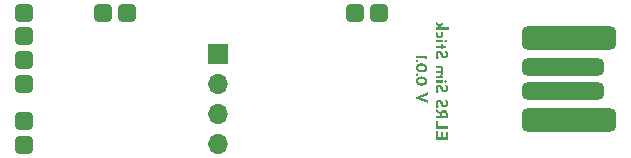
<source format=gbr>
%TF.GenerationSoftware,KiCad,Pcbnew,8.0.4*%
%TF.CreationDate,2024-10-06T23:59:02+02:00*%
%TF.ProjectId,elrs-sim,656c7273-2d73-4696-9d2e-6b696361645f,rev?*%
%TF.SameCoordinates,Original*%
%TF.FileFunction,Soldermask,Bot*%
%TF.FilePolarity,Negative*%
%FSLAX46Y46*%
G04 Gerber Fmt 4.6, Leading zero omitted, Abs format (unit mm)*
G04 Created by KiCad (PCBNEW 8.0.4) date 2024-10-06 23:59:02*
%MOMM*%
%LPD*%
G01*
G04 APERTURE LIST*
G04 Aperture macros list*
%AMRoundRect*
0 Rectangle with rounded corners*
0 $1 Rounding radius*
0 $2 $3 $4 $5 $6 $7 $8 $9 X,Y pos of 4 corners*
0 Add a 4 corners polygon primitive as box body*
4,1,4,$2,$3,$4,$5,$6,$7,$8,$9,$2,$3,0*
0 Add four circle primitives for the rounded corners*
1,1,$1+$1,$2,$3*
1,1,$1+$1,$4,$5*
1,1,$1+$1,$6,$7*
1,1,$1+$1,$8,$9*
0 Add four rect primitives between the rounded corners*
20,1,$1+$1,$2,$3,$4,$5,0*
20,1,$1+$1,$4,$5,$6,$7,0*
20,1,$1+$1,$6,$7,$8,$9,0*
20,1,$1+$1,$8,$9,$2,$3,0*%
G04 Aperture macros list end*
%ADD10C,0.200000*%
%ADD11R,1.700000X1.700000*%
%ADD12O,1.700000X1.700000*%
%ADD13RoundRect,0.500000X-3.500000X0.500000X-3.500000X-0.500000X3.500000X-0.500000X3.500000X0.500000X0*%
%ADD14RoundRect,0.500000X-3.000000X0.250000X-3.000000X-0.250000X3.000000X-0.250000X3.000000X0.250000X0*%
%ADD15RoundRect,0.387500X-0.387500X0.387500X-0.387500X-0.387500X0.387500X-0.387500X0.387500X0.387500X0*%
G04 APERTURE END LIST*
D10*
G36*
X158780460Y-114160606D02*
G01*
X158780460Y-113457919D01*
X158584333Y-113457919D01*
X158584333Y-113957640D01*
X158364515Y-113957640D01*
X158364515Y-113515317D01*
X158168632Y-113515317D01*
X158168632Y-113957640D01*
X157945882Y-113957640D01*
X157945882Y-113438380D01*
X157750000Y-113438380D01*
X157750000Y-114160606D01*
X158780460Y-114160606D01*
G37*
G36*
X158780460Y-113228575D02*
G01*
X158780460Y-113025610D01*
X157945882Y-113025610D01*
X157945882Y-112541276D01*
X157750000Y-112541276D01*
X157750000Y-113228575D01*
X158780460Y-113228575D01*
G37*
G36*
X158124561Y-111779359D02*
G01*
X158126057Y-111776430D01*
X158156339Y-111732832D01*
X158192323Y-111696929D01*
X158218915Y-111677053D01*
X158261436Y-111652850D01*
X158307117Y-111635379D01*
X158330748Y-111628905D01*
X158381947Y-111619473D01*
X158433147Y-111616328D01*
X158476797Y-111618434D01*
X158526684Y-111626728D01*
X158576762Y-111642951D01*
X158607490Y-111657804D01*
X158649290Y-111685865D01*
X158685938Y-111720864D01*
X158712280Y-111755178D01*
X158736518Y-111798487D01*
X158755792Y-111847626D01*
X158761573Y-111866822D01*
X158772655Y-111917684D01*
X158778509Y-111966967D01*
X158780460Y-112019573D01*
X158780460Y-112331716D01*
X157750000Y-112331716D01*
X157750000Y-112128750D01*
X158077529Y-112128750D01*
X158077529Y-111993599D01*
X158064051Y-111984647D01*
X158273656Y-111984647D01*
X158273656Y-112128750D01*
X158584333Y-112128750D01*
X158584333Y-111983181D01*
X158581757Y-111946304D01*
X158566015Y-111898429D01*
X158557698Y-111885416D01*
X158521318Y-111851534D01*
X158516333Y-111848741D01*
X158468806Y-111831262D01*
X158426308Y-111826377D01*
X158377948Y-111834193D01*
X158371506Y-111836242D01*
X158328122Y-111859350D01*
X158318155Y-111867675D01*
X158289043Y-111907710D01*
X158279081Y-111935254D01*
X158273656Y-111984647D01*
X158064051Y-111984647D01*
X157750000Y-111776063D01*
X157750000Y-111539392D01*
X158124561Y-111779359D01*
G37*
G36*
X158531088Y-110821318D02*
G01*
X158553688Y-110865740D01*
X158573128Y-110910711D01*
X158584333Y-110940997D01*
X158597933Y-110989161D01*
X158604825Y-111038234D01*
X158605338Y-111055058D01*
X158600944Y-111103845D01*
X158583473Y-111151274D01*
X158578715Y-111158617D01*
X158540419Y-111189229D01*
X158499092Y-111196475D01*
X158450690Y-111181712D01*
X158433879Y-111167899D01*
X158402098Y-111127819D01*
X158382833Y-111093649D01*
X158361461Y-111047182D01*
X158342288Y-110999127D01*
X158322590Y-110951653D01*
X158302233Y-110910222D01*
X158276404Y-110868335D01*
X158244836Y-110831088D01*
X158206367Y-110799641D01*
X158162540Y-110776482D01*
X158159351Y-110775156D01*
X158110290Y-110760797D01*
X158061243Y-110754890D01*
X158034298Y-110754151D01*
X157981696Y-110758942D01*
X157931690Y-110773315D01*
X157888485Y-110794695D01*
X157849034Y-110823733D01*
X157814640Y-110860164D01*
X157785302Y-110903989D01*
X157780041Y-110913642D01*
X157760088Y-110960622D01*
X157746665Y-111013359D01*
X157740215Y-111065069D01*
X157738764Y-111106838D01*
X157741055Y-111158763D01*
X157747284Y-111207733D01*
X157750732Y-111226761D01*
X157762512Y-111275852D01*
X157778403Y-111324298D01*
X157787124Y-111346440D01*
X157809186Y-111393422D01*
X157835682Y-111439115D01*
X157849406Y-111459769D01*
X158007676Y-111370132D01*
X157979735Y-111327181D01*
X157960781Y-111290997D01*
X157941792Y-111245445D01*
X157929274Y-111205023D01*
X157919893Y-111155894D01*
X157918039Y-111125156D01*
X157923003Y-111074770D01*
X157928541Y-111051639D01*
X157949908Y-111006595D01*
X157964200Y-110990090D01*
X158008142Y-110967830D01*
X158034298Y-110965421D01*
X158082231Y-110979853D01*
X158090230Y-110985693D01*
X158124248Y-111022153D01*
X158136392Y-111040404D01*
X158160453Y-111085627D01*
X158172784Y-111115142D01*
X158191138Y-111160437D01*
X158211853Y-111207019D01*
X158214794Y-111213328D01*
X158239312Y-111259155D01*
X158268446Y-111302300D01*
X158272679Y-111307850D01*
X158308614Y-111345416D01*
X158348739Y-111373894D01*
X158358164Y-111379169D01*
X158407438Y-111397868D01*
X158456668Y-111405562D01*
X158483705Y-111406524D01*
X158537262Y-111402636D01*
X158586192Y-111390972D01*
X158634670Y-111369162D01*
X158638799Y-111366712D01*
X158680876Y-111335307D01*
X158716429Y-111296166D01*
X158743091Y-111253872D01*
X158763871Y-111206187D01*
X158777972Y-111154114D01*
X158784953Y-111103496D01*
X158786078Y-111085833D01*
X158784663Y-111033580D01*
X158779584Y-110979358D01*
X158770810Y-110930998D01*
X158756524Y-110883600D01*
X158737109Y-110836631D01*
X158715499Y-110792810D01*
X158689194Y-110748244D01*
X158686671Y-110744381D01*
X158531088Y-110821318D01*
G37*
G36*
X158531088Y-109551255D02*
G01*
X158553688Y-109595677D01*
X158573128Y-109640648D01*
X158584333Y-109670934D01*
X158597933Y-109719098D01*
X158604825Y-109768172D01*
X158605338Y-109784996D01*
X158600944Y-109833783D01*
X158583473Y-109881211D01*
X158578715Y-109888555D01*
X158540419Y-109919166D01*
X158499092Y-109926412D01*
X158450690Y-109911650D01*
X158433879Y-109897836D01*
X158402098Y-109857756D01*
X158382833Y-109823586D01*
X158361461Y-109777119D01*
X158342288Y-109729064D01*
X158322590Y-109681590D01*
X158302233Y-109640160D01*
X158276404Y-109598272D01*
X158244836Y-109561025D01*
X158206367Y-109529579D01*
X158162540Y-109506420D01*
X158159351Y-109505093D01*
X158110290Y-109490734D01*
X158061243Y-109484827D01*
X158034298Y-109484088D01*
X157981696Y-109488879D01*
X157931690Y-109503252D01*
X157888485Y-109524633D01*
X157849034Y-109553670D01*
X157814640Y-109590101D01*
X157785302Y-109633927D01*
X157780041Y-109643579D01*
X157760088Y-109690559D01*
X157746665Y-109743296D01*
X157740215Y-109795007D01*
X157738764Y-109836775D01*
X157741055Y-109888700D01*
X157747284Y-109937670D01*
X157750732Y-109956698D01*
X157762512Y-110005789D01*
X157778403Y-110054235D01*
X157787124Y-110076377D01*
X157809186Y-110123360D01*
X157835682Y-110169052D01*
X157849406Y-110189706D01*
X158007676Y-110100069D01*
X157979735Y-110057118D01*
X157960781Y-110020934D01*
X157941792Y-109975382D01*
X157929274Y-109934961D01*
X157919893Y-109885831D01*
X157918039Y-109855093D01*
X157923003Y-109804708D01*
X157928541Y-109781576D01*
X157949908Y-109736532D01*
X157964200Y-109720027D01*
X158008142Y-109697767D01*
X158034298Y-109695358D01*
X158082231Y-109709790D01*
X158090230Y-109715631D01*
X158124248Y-109752090D01*
X158136392Y-109770341D01*
X158160453Y-109815564D01*
X158172784Y-109845079D01*
X158191138Y-109890374D01*
X158211853Y-109936957D01*
X158214794Y-109943265D01*
X158239312Y-109989093D01*
X158268446Y-110032237D01*
X158272679Y-110037787D01*
X158308614Y-110075354D01*
X158348739Y-110103831D01*
X158358164Y-110109106D01*
X158407438Y-110127806D01*
X158456668Y-110135499D01*
X158483705Y-110136461D01*
X158537262Y-110132573D01*
X158586192Y-110120910D01*
X158634670Y-110099099D01*
X158638799Y-110096649D01*
X158680876Y-110065244D01*
X158716429Y-110026103D01*
X158743091Y-109983809D01*
X158763871Y-109936125D01*
X158777972Y-109884051D01*
X158784953Y-109833433D01*
X158786078Y-109815770D01*
X158784663Y-109763517D01*
X158779584Y-109709296D01*
X158770810Y-109660935D01*
X158756524Y-109613537D01*
X158737109Y-109566568D01*
X158715499Y-109522747D01*
X158689194Y-109478181D01*
X158686671Y-109474319D01*
X158531088Y-109551255D01*
G37*
G36*
X158361828Y-109317759D02*
G01*
X158361828Y-109121876D01*
X157750000Y-109121876D01*
X157750000Y-109317759D01*
X158361828Y-109317759D01*
G37*
G36*
X158575540Y-109322155D02*
G01*
X158623778Y-109308798D01*
X158646859Y-109287961D01*
X158670997Y-109243005D01*
X158674947Y-109214200D01*
X158662851Y-109165539D01*
X158646859Y-109142148D01*
X158605949Y-109113812D01*
X158575540Y-109109176D01*
X158527493Y-109122056D01*
X158504710Y-109142148D01*
X158481411Y-109185750D01*
X158477599Y-109214200D01*
X158489275Y-109263708D01*
X158504710Y-109287961D01*
X158545201Y-109317347D01*
X158575540Y-109322155D01*
G37*
G36*
X158361828Y-108742323D02*
G01*
X158254117Y-108726936D01*
X158262421Y-108729866D01*
X158304736Y-108700031D01*
X158339357Y-108665112D01*
X158358164Y-108639008D01*
X158379150Y-108594815D01*
X158390450Y-108544303D01*
X158392602Y-108507117D01*
X158388604Y-108457036D01*
X158378436Y-108418457D01*
X158355787Y-108374894D01*
X158337159Y-108353244D01*
X158294529Y-108325560D01*
X158266573Y-108316852D01*
X158265108Y-108323691D01*
X158304996Y-108292115D01*
X158338564Y-108256005D01*
X158357431Y-108229413D01*
X158380203Y-108183599D01*
X158391744Y-108132549D01*
X158392602Y-108113886D01*
X158387617Y-108060596D01*
X158370618Y-108010407D01*
X158341556Y-107969050D01*
X158302882Y-107938145D01*
X158257051Y-107919651D01*
X158209176Y-107913607D01*
X157750000Y-107913607D01*
X157750000Y-108108268D01*
X158128087Y-108108268D01*
X158176909Y-108114681D01*
X158194521Y-108120725D01*
X158222064Y-108162826D01*
X158223098Y-108172504D01*
X158212665Y-108221448D01*
X158190125Y-108253104D01*
X158150181Y-108283382D01*
X158106350Y-108302197D01*
X158057688Y-108313768D01*
X158007417Y-108318254D01*
X158000593Y-108318317D01*
X157750000Y-108318317D01*
X157750000Y-108514200D01*
X158128087Y-108514200D01*
X158176909Y-108521872D01*
X158194521Y-108529099D01*
X158221692Y-108570830D01*
X158223098Y-108582832D01*
X158211474Y-108632483D01*
X158190125Y-108660501D01*
X158150319Y-108689635D01*
X158106838Y-108708129D01*
X158059025Y-108719699D01*
X158009924Y-108724186D01*
X158003279Y-108724249D01*
X157750000Y-108724249D01*
X157750000Y-108920132D01*
X158361828Y-108920132D01*
X158361828Y-108742323D01*
G37*
G36*
X158531088Y-106676028D02*
G01*
X158553688Y-106720450D01*
X158573128Y-106765421D01*
X158584333Y-106795707D01*
X158597933Y-106843871D01*
X158604825Y-106892945D01*
X158605338Y-106909769D01*
X158600944Y-106958556D01*
X158583473Y-107005985D01*
X158578715Y-107013328D01*
X158540419Y-107043939D01*
X158499092Y-107051185D01*
X158450690Y-107036423D01*
X158433879Y-107022609D01*
X158402098Y-106982529D01*
X158382833Y-106948359D01*
X158361461Y-106901892D01*
X158342288Y-106853837D01*
X158322590Y-106806363D01*
X158302233Y-106764933D01*
X158276404Y-106723045D01*
X158244836Y-106685798D01*
X158206367Y-106654352D01*
X158162540Y-106631193D01*
X158159351Y-106629866D01*
X158110290Y-106615508D01*
X158061243Y-106609600D01*
X158034298Y-106608862D01*
X157981696Y-106613652D01*
X157931690Y-106628025D01*
X157888485Y-106649406D01*
X157849034Y-106678443D01*
X157814640Y-106714874D01*
X157785302Y-106758700D01*
X157780041Y-106768352D01*
X157760088Y-106815332D01*
X157746665Y-106868069D01*
X157740215Y-106919780D01*
X157738764Y-106961548D01*
X157741055Y-107013474D01*
X157747284Y-107062444D01*
X157750732Y-107081471D01*
X157762512Y-107130562D01*
X157778403Y-107179008D01*
X157787124Y-107201150D01*
X157809186Y-107248133D01*
X157835682Y-107293825D01*
X157849406Y-107314479D01*
X158007676Y-107224842D01*
X157979735Y-107181892D01*
X157960781Y-107145707D01*
X157941792Y-107100156D01*
X157929274Y-107059734D01*
X157919893Y-107010604D01*
X157918039Y-106979866D01*
X157923003Y-106929481D01*
X157928541Y-106906349D01*
X157949908Y-106861306D01*
X157964200Y-106844800D01*
X158008142Y-106822541D01*
X158034298Y-106820132D01*
X158082231Y-106834564D01*
X158090230Y-106840404D01*
X158124248Y-106876863D01*
X158136392Y-106895114D01*
X158160453Y-106940337D01*
X158172784Y-106969852D01*
X158191138Y-107015147D01*
X158211853Y-107061730D01*
X158214794Y-107068038D01*
X158239312Y-107113866D01*
X158268446Y-107157010D01*
X158272679Y-107162560D01*
X158308614Y-107200127D01*
X158348739Y-107228604D01*
X158358164Y-107233879D01*
X158407438Y-107252579D01*
X158456668Y-107260272D01*
X158483705Y-107261234D01*
X158537262Y-107257346D01*
X158586192Y-107245683D01*
X158634670Y-107223872D01*
X158638799Y-107221423D01*
X158680876Y-107190017D01*
X158716429Y-107150877D01*
X158743091Y-107108582D01*
X158763871Y-107060898D01*
X158777972Y-107008824D01*
X158784953Y-106958206D01*
X158786078Y-106940543D01*
X158784663Y-106888291D01*
X158779584Y-106834069D01*
X158770810Y-106785709D01*
X158756524Y-106738310D01*
X158737109Y-106691341D01*
X158715499Y-106647521D01*
X158689194Y-106602954D01*
X158686671Y-106599092D01*
X158531088Y-106676028D01*
G37*
G36*
X158630495Y-106385135D02*
G01*
X158630495Y-106189252D01*
X158364515Y-106189252D01*
X158364515Y-106040753D01*
X158212107Y-106040753D01*
X158212107Y-106189252D01*
X157750000Y-106189252D01*
X157750000Y-106385135D01*
X158212107Y-106385135D01*
X158212107Y-106480390D01*
X158364515Y-106480390D01*
X158364515Y-106385135D01*
X158630495Y-106385135D01*
G37*
G36*
X158361828Y-105891520D02*
G01*
X158361828Y-105695638D01*
X157750000Y-105695638D01*
X157750000Y-105891520D01*
X158361828Y-105891520D01*
G37*
G36*
X158575540Y-105895917D02*
G01*
X158623778Y-105882560D01*
X158646859Y-105861723D01*
X158670997Y-105816767D01*
X158674947Y-105787961D01*
X158662851Y-105739300D01*
X158646859Y-105715910D01*
X158605949Y-105687574D01*
X158575540Y-105682937D01*
X158527493Y-105695817D01*
X158504710Y-105715910D01*
X158481411Y-105759511D01*
X158477599Y-105787961D01*
X158489275Y-105837469D01*
X158504710Y-105861723D01*
X158545201Y-105891108D01*
X158575540Y-105895917D01*
G37*
G36*
X157804710Y-104974633D02*
G01*
X157777222Y-105017151D01*
X157756505Y-105064969D01*
X157752686Y-105076238D01*
X157740035Y-105125288D01*
X157733624Y-105177301D01*
X157733147Y-105195672D01*
X157735543Y-105246490D01*
X157743969Y-105299609D01*
X157758461Y-105348440D01*
X157771493Y-105378610D01*
X157798880Y-105423743D01*
X157832802Y-105462054D01*
X157873259Y-105493543D01*
X157882135Y-105499022D01*
X157930230Y-105521433D01*
X157978491Y-105534506D01*
X158031466Y-105540856D01*
X158056524Y-105541520D01*
X158105800Y-105538635D01*
X158156711Y-105528492D01*
X158202830Y-105511046D01*
X158230914Y-105495358D01*
X158272607Y-105463717D01*
X158307621Y-105426493D01*
X158335957Y-105383689D01*
X158340823Y-105374458D01*
X158360787Y-105326831D01*
X158373357Y-105277677D01*
X158378533Y-105226997D01*
X158378681Y-105216677D01*
X158376486Y-105167204D01*
X158369003Y-105117687D01*
X158356210Y-105073307D01*
X158335655Y-105026638D01*
X158308380Y-104982960D01*
X158297348Y-104969015D01*
X158171318Y-105064270D01*
X158197806Y-105107849D01*
X158202826Y-105118247D01*
X158216679Y-105165665D01*
X158218946Y-105198603D01*
X158209900Y-105248873D01*
X158197941Y-105272853D01*
X158163745Y-105310881D01*
X158140544Y-105326098D01*
X158093367Y-105342413D01*
X158056524Y-105345638D01*
X158005858Y-105338233D01*
X157973970Y-105324633D01*
X157934697Y-105294006D01*
X157914375Y-105266503D01*
X157896996Y-105220564D01*
X157892882Y-105179064D01*
X157898847Y-105129899D01*
X157901919Y-105119469D01*
X157925732Y-105075047D01*
X157927808Y-105072574D01*
X157804710Y-104974633D01*
G37*
G36*
X157750000Y-104823691D02*
G01*
X158854710Y-104823691D01*
X158854710Y-104627808D01*
X157750000Y-104627808D01*
X157750000Y-104823691D01*
G37*
G36*
X158165701Y-104472469D02*
G01*
X157750000Y-104195254D01*
X157750000Y-104423377D01*
X158053838Y-104601185D01*
X158165701Y-104472469D01*
G37*
G36*
X157919504Y-104686670D02*
G01*
X158105617Y-104706210D01*
X158377215Y-104336670D01*
X158272191Y-104217480D01*
X157919504Y-104686670D01*
G37*
G36*
X157100460Y-110813991D02*
G01*
X156358450Y-110513084D01*
X156382142Y-110630564D01*
X157100460Y-110357745D01*
X157100460Y-110116922D01*
X156022372Y-110587333D01*
X157100460Y-111057745D01*
X157100460Y-110813991D01*
G37*
G36*
X156590118Y-108789713D02*
G01*
X156644909Y-108795003D01*
X156695761Y-108804139D01*
X156748262Y-108819015D01*
X156764661Y-108824989D01*
X156810613Y-108845359D01*
X156855960Y-108872297D01*
X156895296Y-108903767D01*
X156928670Y-108939020D01*
X156958548Y-108981656D01*
X156981270Y-109028331D01*
X156997261Y-109077956D01*
X157006615Y-109129774D01*
X157009357Y-109178785D01*
X157009335Y-109184024D01*
X157006616Y-109235076D01*
X156999365Y-109283696D01*
X156986154Y-109334368D01*
X156968704Y-109377105D01*
X156942347Y-109419874D01*
X156908485Y-109458199D01*
X156897957Y-109467841D01*
X156858306Y-109497035D01*
X156811642Y-109521698D01*
X156763649Y-109540020D01*
X156752181Y-109543569D01*
X156702875Y-109555476D01*
X156648073Y-109563719D01*
X156595613Y-109567927D01*
X156538946Y-109569329D01*
X156487773Y-109567857D01*
X156432983Y-109562567D01*
X156382131Y-109553431D01*
X156329630Y-109538555D01*
X156313231Y-109532583D01*
X156267279Y-109512245D01*
X156221932Y-109485388D01*
X156182595Y-109454047D01*
X156149327Y-109418689D01*
X156119453Y-109376048D01*
X156096622Y-109329483D01*
X156080631Y-109279719D01*
X156071277Y-109227819D01*
X156068616Y-109180250D01*
X156263196Y-109180250D01*
X156263776Y-109196950D01*
X156273673Y-109244900D01*
X156300321Y-109288206D01*
X156310006Y-109297605D01*
X156353533Y-109326260D01*
X156400460Y-109342672D01*
X156437007Y-109350110D01*
X156489162Y-109356241D01*
X156540411Y-109358059D01*
X156577918Y-109357097D01*
X156630571Y-109352048D01*
X156678897Y-109342672D01*
X156690260Y-109339578D01*
X156737384Y-109319636D01*
X156777083Y-109288206D01*
X156785612Y-109277917D01*
X156807469Y-109231177D01*
X156813475Y-109180250D01*
X156812914Y-109163211D01*
X156803342Y-109114526D01*
X156777571Y-109071074D01*
X156770668Y-109063905D01*
X156729649Y-109034177D01*
X156681584Y-109015631D01*
X156646453Y-109007838D01*
X156595466Y-109001415D01*
X156544563Y-108999511D01*
X156501563Y-109000786D01*
X156451999Y-109005807D01*
X156401681Y-109015631D01*
X156386046Y-109020023D01*
X156341082Y-109039307D01*
X156300321Y-109071074D01*
X156291619Y-109081328D01*
X156269323Y-109128415D01*
X156263196Y-109180250D01*
X156068616Y-109180250D01*
X156068534Y-109178785D01*
X156071134Y-109129846D01*
X156079999Y-109078272D01*
X156095157Y-109029064D01*
X156114729Y-108986779D01*
X156143036Y-108943793D01*
X156178443Y-108904500D01*
X156189358Y-108894452D01*
X156229925Y-108863998D01*
X156276932Y-108838219D01*
X156324745Y-108819015D01*
X156336086Y-108815289D01*
X156384179Y-108802786D01*
X156436638Y-108794131D01*
X156486120Y-108789713D01*
X156538946Y-108788241D01*
X156590118Y-108789713D01*
G37*
G36*
X156170872Y-108718143D02*
G01*
X156219472Y-108705835D01*
X156243412Y-108686635D01*
X156268809Y-108644771D01*
X156272965Y-108617271D01*
X156257698Y-108568830D01*
X156243412Y-108550836D01*
X156201337Y-108523760D01*
X156170872Y-108519329D01*
X156122685Y-108530437D01*
X156097355Y-108550836D01*
X156073232Y-108593662D01*
X156070000Y-108617271D01*
X156082929Y-108666323D01*
X156097355Y-108686635D01*
X156138895Y-108713712D01*
X156170872Y-108718143D01*
G37*
G36*
X156590118Y-107670104D02*
G01*
X156644909Y-107675393D01*
X156695761Y-107684530D01*
X156748262Y-107699406D01*
X156764661Y-107705380D01*
X156810613Y-107725750D01*
X156855960Y-107752688D01*
X156895296Y-107784158D01*
X156928670Y-107819411D01*
X156958548Y-107862046D01*
X156981270Y-107908722D01*
X156997261Y-107958347D01*
X157006615Y-108010165D01*
X157009357Y-108059176D01*
X157009335Y-108064415D01*
X157006616Y-108115467D01*
X156999365Y-108164087D01*
X156986154Y-108214758D01*
X156968704Y-108257496D01*
X156942347Y-108300265D01*
X156908485Y-108338589D01*
X156897957Y-108348232D01*
X156858306Y-108377426D01*
X156811642Y-108402089D01*
X156763649Y-108420411D01*
X156752181Y-108423960D01*
X156702875Y-108435867D01*
X156648073Y-108444110D01*
X156595613Y-108448317D01*
X156538946Y-108449720D01*
X156487773Y-108448247D01*
X156432983Y-108442958D01*
X156382131Y-108433822D01*
X156329630Y-108418945D01*
X156313231Y-108412973D01*
X156267279Y-108392636D01*
X156221932Y-108365779D01*
X156182595Y-108334437D01*
X156149327Y-108299079D01*
X156119453Y-108256439D01*
X156096622Y-108209873D01*
X156080631Y-108160110D01*
X156071277Y-108108210D01*
X156068616Y-108060641D01*
X156263196Y-108060641D01*
X156263776Y-108077341D01*
X156273673Y-108125291D01*
X156300321Y-108168596D01*
X156310006Y-108177996D01*
X156353533Y-108206650D01*
X156400460Y-108223063D01*
X156437007Y-108230501D01*
X156489162Y-108236632D01*
X156540411Y-108238450D01*
X156577918Y-108237488D01*
X156630571Y-108232439D01*
X156678897Y-108223063D01*
X156690260Y-108219969D01*
X156737384Y-108200027D01*
X156777083Y-108168596D01*
X156785612Y-108158308D01*
X156807469Y-108111568D01*
X156813475Y-108060641D01*
X156812914Y-108043601D01*
X156803342Y-107994917D01*
X156777571Y-107951465D01*
X156770668Y-107944295D01*
X156729649Y-107914568D01*
X156681584Y-107896021D01*
X156646453Y-107888229D01*
X156595466Y-107881806D01*
X156544563Y-107879901D01*
X156501563Y-107881176D01*
X156451999Y-107886198D01*
X156401681Y-107896021D01*
X156386046Y-107900414D01*
X156341082Y-107919697D01*
X156300321Y-107951465D01*
X156291619Y-107961719D01*
X156269323Y-108008806D01*
X156263196Y-108060641D01*
X156068616Y-108060641D01*
X156068534Y-108059176D01*
X156071134Y-108010236D01*
X156079999Y-107958662D01*
X156095157Y-107909455D01*
X156114729Y-107867170D01*
X156143036Y-107824183D01*
X156178443Y-107784891D01*
X156189358Y-107774843D01*
X156229925Y-107744389D01*
X156276932Y-107718610D01*
X156324745Y-107699406D01*
X156336086Y-107695679D01*
X156384179Y-107683177D01*
X156436638Y-107674522D01*
X156486120Y-107670104D01*
X156538946Y-107668631D01*
X156590118Y-107670104D01*
G37*
G36*
X156170872Y-107598534D02*
G01*
X156219472Y-107586226D01*
X156243412Y-107567026D01*
X156268809Y-107525162D01*
X156272965Y-107497661D01*
X156257698Y-107449221D01*
X156243412Y-107431227D01*
X156201337Y-107404151D01*
X156170872Y-107399720D01*
X156122685Y-107410828D01*
X156097355Y-107431227D01*
X156073232Y-107474053D01*
X156070000Y-107497661D01*
X156082929Y-107546714D01*
X156097355Y-107567026D01*
X156138895Y-107594103D01*
X156170872Y-107598534D01*
G37*
G36*
X156998122Y-107309106D02*
G01*
X156998122Y-107030669D01*
X156070000Y-107030669D01*
X156070000Y-107235100D01*
X156802240Y-107235100D01*
X156802240Y-107309106D01*
X156998122Y-107309106D01*
G37*
D11*
%TO.C,J2*%
X139300000Y-106900000D03*
D12*
X139300000Y-109440000D03*
X139300000Y-111980000D03*
X139300000Y-114520000D03*
%TD*%
D13*
%TO.C,J3*%
X169000000Y-105500000D03*
D14*
X168500000Y-107950000D03*
X168500000Y-110000000D03*
D13*
X169000000Y-112450000D03*
%TD*%
D15*
%TO.C,J7*%
X129600000Y-103400000D03*
%TD*%
%TO.C,J4*%
X122900000Y-105400000D03*
%TD*%
%TO.C,J8*%
X131600000Y-103400000D03*
%TD*%
%TO.C,J11*%
X122900000Y-103400000D03*
%TD*%
%TO.C,J14*%
X122900000Y-114600000D03*
%TD*%
%TO.C,J12*%
X122900000Y-107400000D03*
%TD*%
%TO.C,J6*%
X122900000Y-109400000D03*
%TD*%
%TO.C,J10*%
X152900000Y-103400000D03*
%TD*%
%TO.C,J9*%
X150900000Y-103400000D03*
%TD*%
%TO.C,J13*%
X122900000Y-112600000D03*
%TD*%
M02*

</source>
